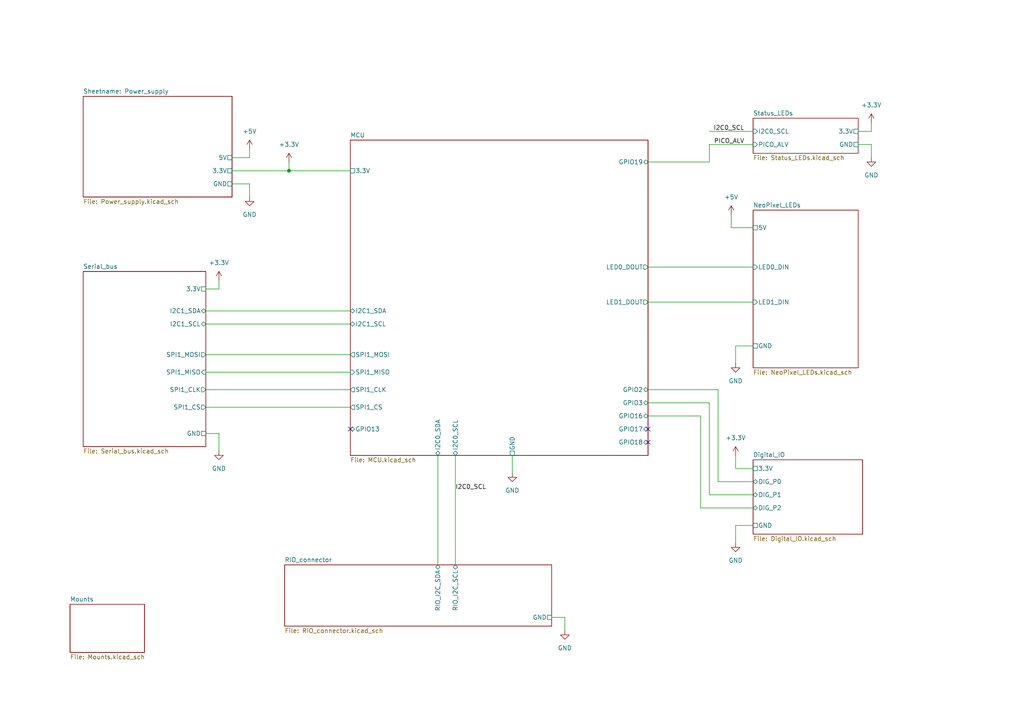
<source format=kicad_sch>
(kicad_sch (version 20230121) (generator eeschema)
  (paper "A4")
  (title_block (title "ConnectorX") (date "2023-11-14") (rev "2") (company "Evan Rust"))
  (lib_symbols
    (symbol "power:+3.3V" (power) (pin_names (offset 0))
      (property "Value" "+3.3V" (at 0 3.556 0))
      (symbol "+3.3V_0_1"
        (polyline (pts (xy -0.762 1.27) (xy 0 2.54)))
        (polyline (pts (xy 0 0) (xy 0 2.54)))
        (polyline (pts (xy 0 2.54) (xy 0.762 1.27)))
      )
      (symbol "+3.3V_1_1"
        (pin power_in line (at 0 0 90) (length 0) hide (name "+3.3V") (number "1"))
      )
    )
    (symbol "power:+5V" (power) (pin_names (offset 0))
      (property "Value" "+5V" (at 0 3.556 0))
      (symbol "+5V_0_1"
        (polyline (pts (xy -0.762 1.27) (xy 0 2.54)))
        (polyline (pts (xy 0 0) (xy 0 2.54)))
        (polyline (pts (xy 0 2.54) (xy 0.762 1.27)))
      )
      (symbol "+5V_1_1"
        (pin power_in line (at 0 0 90) (length 0) hide (name "+5V") (number "1"))
      )
    )
    (symbol "power:GND" (power) (pin_names (offset 0))
      (property "Value" "GND" (at 0 -3.81 0))
      (symbol "GND_0_1"
        (polyline (pts (xy 0 0) (xy 0 -1.27) (xy 1.27 -1.27) (xy 0 -2.54) (xy -1.27 -1.27) (xy 0 -1.27)))
      )
      (symbol "GND_1_1"
        (pin power_in line (at 0 0 270) (length 0) hide (name "GND") (number "1"))
      )
    )
  )
  (junction (at 83.82 49.53))
  (no_connect (at 187.96 128.27))
  (no_connect (at 101.6 124.46))
  (no_connect (at 187.96 124.46))
  (wire (pts (xy 212.09 62.23) (xy 212.09 66.04)))
  (wire (pts (xy 163.83 179.07) (xy 163.83 182.88)))
  (wire (pts (xy 127 132.08) (xy 127 163.83)))
  (wire (pts (xy 72.39 45.72) (xy 72.39 43.18)))
  (wire (pts (xy 213.36 152.4) (xy 218.44 152.4)))
  (wire (pts (xy 213.36 105.41) (xy 213.36 100.33)))
  (wire (pts (xy 248.92 41.91) (xy 252.73 41.91)))
  (wire (pts (xy 252.73 41.91) (xy 252.73 45.72)))
  (wire (pts (xy 148.59 132.08) (xy 148.59 137.16)))
  (wire (pts (xy 187.96 116.84) (xy 205.74 116.84)))
  (wire (pts (xy 208.28 113.03) (xy 187.96 113.03)))
  (wire (pts (xy 187.96 46.99) (xy 205.74 46.99)))
  (wire (pts (xy 203.2 120.65) (xy 203.2 147.32)))
  (wire (pts (xy 252.73 38.1) (xy 252.73 35.56)))
  (wire (pts (xy 63.5 81.28) (xy 63.5 83.82)))
  (wire (pts (xy 59.69 125.73) (xy 63.5 125.73)))
  (wire (pts (xy 203.2 147.32) (xy 218.44 147.32)))
  (wire (pts (xy 205.74 116.84) (xy 205.74 143.51)))
  (wire (pts (xy 63.5 83.82) (xy 59.69 83.82)))
  (wire (pts (xy 59.69 107.95) (xy 101.6 107.95)))
  (wire (pts (xy 208.28 139.7) (xy 208.28 113.03)))
  (wire (pts (xy 187.96 77.47) (xy 218.44 77.47)))
  (wire (pts (xy 212.09 66.04) (xy 218.44 66.04)))
  (wire (pts (xy 248.92 38.1) (xy 252.73 38.1)))
  (wire (pts (xy 160.02 179.07) (xy 163.83 179.07)))
  (wire (pts (xy 205.74 143.51) (xy 218.44 143.51)))
  (wire (pts (xy 83.82 49.53) (xy 101.6 49.53)))
  (wire (pts (xy 59.69 93.98) (xy 101.6 93.98)))
  (wire (pts (xy 205.74 41.91) (xy 218.44 41.91)))
  (wire (pts (xy 63.5 125.73) (xy 63.5 130.81)))
  (wire (pts (xy 205.74 46.99) (xy 205.74 41.91)))
  (wire (pts (xy 213.36 132.08) (xy 213.36 135.89)))
  (wire (pts (xy 187.96 87.63) (xy 218.44 87.63)))
  (wire (pts (xy 59.69 90.17) (xy 101.6 90.17)))
  (wire (pts (xy 132.08 132.08) (xy 132.08 163.83)))
  (wire (pts (xy 67.31 53.34) (xy 72.39 53.34)))
  (wire (pts (xy 205.74 38.1) (xy 218.44 38.1)))
  (wire (pts (xy 218.44 139.7) (xy 208.28 139.7)))
  (wire (pts (xy 83.82 46.99) (xy 83.82 49.53)))
  (wire (pts (xy 59.69 113.03) (xy 101.6 113.03)))
  (wire (pts (xy 67.31 49.53) (xy 83.82 49.53)))
  (wire (pts (xy 67.31 45.72) (xy 72.39 45.72)))
  (wire (pts (xy 59.69 102.87) (xy 101.6 102.87)))
  (wire (pts (xy 72.39 53.34) (xy 72.39 57.15)))
  (wire (pts (xy 187.96 120.65) (xy 203.2 120.65)))
  (wire (pts (xy 59.69 118.11) (xy 101.6 118.11)))
  (wire (pts (xy 213.36 135.89) (xy 218.44 135.89)))
  (wire (pts (xy 213.36 152.4) (xy 213.36 157.48)))
  (wire (pts (xy 213.36 100.33) (xy 218.44 100.33)))
  (label "I2C0_SCL" (at 215.9 38.1 180))
  (label "I2C0_SCL" (at 132.08 142.24 0))
  (label "PICO_ALV" (at 215.9 41.91 180))
  (symbol (lib_id "power:+3.3V") (at 83.82 46.99 0) (unit 1)
    (property "Reference" "#PWR017" (effects hide))
    (property "Value" "+3.3V" (at 83.82 41.91 0))
  )
  (symbol (lib_id "power:+3.3V") (at 63.5 81.28 0) (unit 1)
    (property "Reference" "#PWR049" (effects hide))
    (property "Value" "+3.3V" (at 63.5 76.2 0))
  )
  (symbol (lib_id "power:+5V") (at 212.09 62.23 0) (unit 1)
    (property "Reference" "#PWR024" (effects hide))
    (property "Value" "+5V" (at 212.09 57.15 0))
  )
  (symbol (lib_id "power:GND") (at 63.5 130.81 0) (unit 1)
    (property "Reference" "#PWR048" (effects hide))
    (property "Value" "GND" (at 63.5 135.89 0))
  )
  (symbol (lib_id "power:GND") (at 72.39 57.15 0) (unit 1)
    (property "Reference" "#PWR019" (effects hide))
    (property "Value" "GND" (at 72.39 62.23 0))
  )
  (symbol (lib_id "power:GND") (at 213.36 157.48 0) (unit 1)
    (property "Reference" "#PWR015" (effects hide))
    (property "Value" "GND" (at 213.36 162.56 0))
  )
  (symbol (lib_id "power:+3.3V") (at 213.36 132.08 0) (unit 1)
    (property "Reference" "#PWR016" (effects hide))
    (property "Value" "+3.3V" (at 213.36 127 0))
  )
  (symbol (lib_id "power:GND") (at 213.36 105.41 0) (unit 1)
    (property "Reference" "#PWR026" (effects hide))
    (property "Value" "GND" (at 213.36 110.49 0))
  )
  (symbol (lib_id "power:GND") (at 163.83 182.88 0) (unit 1)
    (property "Reference" "#PWR047" (effects hide))
    (property "Value" "GND" (at 163.83 187.96 0))
  )
  (symbol (lib_id "power:GND") (at 252.73 45.72 0) (unit 1)
    (property "Reference" "#PWR025" (effects hide))
    (property "Value" "GND" (at 252.73 50.8 0))
  )
  (symbol (lib_id "power:+5V") (at 72.39 43.18 0) (unit 1)
    (property "Reference" "#PWR018" (effects hide))
    (property "Value" "+5V" (at 72.39 38.1 0))
  )
  (symbol (lib_id "power:+3.3V") (at 252.73 35.56 0) (unit 1)
    (property "Reference" "#PWR057" (effects hide))
    (property "Value" "+3.3V" (at 252.73 30.48 0))
  )
  (symbol (lib_id "power:GND") (at 148.59 137.16 0) (unit 1)
    (property "Reference" "#PWR056" (effects hide))
    (property "Value" "GND" (at 148.59 142.24 0))
  )
  (sheet (at 82.55 163.83) (size 77.47 17.78) (stroke (width 0.1524))
    (property "Sheetname" "RIO_connector" (at 82.55 163.1184 0) (effects (justify left bottom)))
    (property "Sheetfile" "RIO_connector.kicad_sch" (at 82.55 182.1946 0) (effects (justify left top)))
    (pin "GND" passive (at 160.02 179.07 0))
    (pin "RIO_I2C_SDA" bidirectional (at 127 163.83 90))
    (pin "RIO_I2C_SCL" bidirectional (at 132.08 163.83 90))
  )
  (sheet (at 24.13 27.94) (size 43.18 29.21) (stroke (width 0.1524))
    (property "Sheetname" "Power_supply" (at 24.13 27.2284 0) (show_name) (effects (justify left bottom)))
    (property "Sheetfile" "Power_supply.kicad_sch" (at 24.13 57.7346 0) (effects (justify left top)))
    (pin "5V" passive (at 67.31 45.72 0))
    (pin "3.3V" passive (at 67.31 49.53 0))
    (pin "GND" passive (at 67.31 53.34 0))
  )
  (sheet (at 24.13 78.74) (size 35.56 50.8) (stroke (width 0.1524))
    (property "Sheetname" "Serial_bus" (at 24.13 78.0284 0) (effects (justify left bottom)))
    (property "Sheetfile" "Serial_bus.kicad_sch" (at 24.13 130.1246 0) (effects (justify left top)))
    (pin "3.3V" passive (at 59.69 83.82 0))
    (pin "I2C1_SDA" bidirectional (at 59.69 90.17 0))
    (pin "I2C1_SCL" bidirectional (at 59.69 93.98 0))
    (pin "GND" passive (at 59.69 125.73 0))
    (pin "SPI1_CLK" output (at 59.69 113.03 0))
    (pin "SPI1_MISO" input (at 59.69 107.95 0))
    (pin "SPI1_MOSI" output (at 59.69 102.87 0))
    (pin "SPI1_CS" output (at 59.69 118.11 0))
  )
  (sheet (at 101.6 40.64) (size 86.36 91.44) (stroke (width 0.1524))
    (property "Sheetname" "MCU" (at 101.6 39.9284 0) (effects (justify left bottom)))
    (property "Sheetfile" "MCU.kicad_sch" (at 101.6 132.6646 0) (effects (justify left top)))
    (pin "GPIO16" bidirectional (at 187.96 120.65 0))
    (pin "GPIO17" bidirectional (at 187.96 124.46 0))
    (pin "GPIO18" bidirectional (at 187.96 128.27 0))
    (pin "GPIO19" bidirectional (at 187.96 46.99 0))
    (pin "LED0_DOUT" output (at 187.96 77.47 0))
    (pin "LED1_DOUT" output (at 187.96 87.63 0))
    (pin "I2C1_SDA" bidirectional (at 101.6 90.17 180))
    (pin "SPI1_CS" output (at 101.6 118.11 180))
    (pin "SPI1_CLK" output (at 101.6 113.03 180))
    (pin "SPI1_MOSI" output (at 101.6 102.87 180))
    (pin "SPI1_MISO" input (at 101.6 107.95 180))
    (pin "GPIO13" bidirectional (at 101.6 124.46 180))
    (pin "I2C1_SCL" bidirectional (at 101.6 93.98 180))
    (pin "I2C0_SDA" bidirectional (at 127 132.08 270))
    (pin "GPIO2" bidirectional (at 187.96 113.03 0))
    (pin "GPIO3" bidirectional (at 187.96 116.84 0))
    (pin "I2C0_SCL" bidirectional (at 132.08 132.08 270))
    (pin "GND" passive (at 148.59 132.08 270))
    (pin "3.3V" passive (at 101.6 49.53 180))
  )
  (sheet (at 218.44 60.96) (size 30.48 45.72) (stroke (width 0.1524))
    (property "Sheetname" "NeoPixel_LEDs" (at 218.44 60.2484 0) (effects (justify left bottom)))
    (property "Sheetfile" "NeoPixel_LEDs.kicad_sch" (at 218.44 107.2646 0) (effects (justify left top)))
    (pin "LED0_DIN" input (at 218.44 77.47 180))
    (pin "5V" passive (at 218.44 66.04 180))
    (pin "LED1_DIN" input (at 218.44 87.63 180))
    (pin "GND" passive (at 218.44 100.33 180))
  )
  (sheet (at 20.32 175.26) (size 21.59 13.97) (stroke (width 0.1524))
    (property "Sheetname" "Mounts" (at 20.32 174.5484 0) (effects (justify left bottom)))
    (property "Sheetfile" "Mounts.kicad_sch" (at 20.32 189.8146 0) (effects (justify left top)))
  )
  (sheet (at 218.44 133.35) (size 31.75 21.59) (stroke (width 0.1524))
    (property "Sheetname" "Digital_IO" (at 218.44 132.6384 0) (effects (justify left bottom)))
    (property "Sheetfile" "Digital_IO.kicad_sch" (at 218.44 155.5246 0) (effects (justify left top)))
    (pin "GND" passive (at 218.44 152.4 180))
    (pin "DIG_P0" tri_state (at 218.44 139.7 180))
    (pin "DIG_P1" tri_state (at 218.44 143.51 180))
    (pin "DIG_P2" tri_state (at 218.44 147.32 180))
    (pin "3.3V" passive (at 218.44 135.89 180))
  )
  (sheet (at 218.44 34.29) (size 30.48 10.16) (stroke (width 0.1524))
    (property "Sheetname" "Status_LEDs" (at 218.44 33.5784 0) (effects (justify left bottom)))
    (property "Sheetfile" "Status_LEDs.kicad_sch" (at 218.44 45.0346 0) (effects (justify left top)))
    (pin "PICO_ALV" input (at 218.44 41.91 180))
    (pin "GND" passive (at 248.92 41.91 0))
    (pin "I2C0_SCL" input (at 218.44 38.1 180))
    (pin "3.3V" passive (at 248.92 38.1 0))
  )
)
</source>
